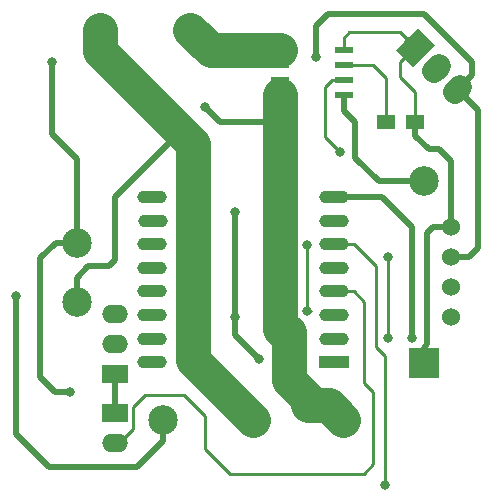
<source format=gbr>
G04 #@! TF.GenerationSoftware,KiCad,Pcbnew,5.0.2-bee76a0~70~ubuntu18.04.1*
G04 #@! TF.CreationDate,2019-09-27T11:35:02+02:00*
G04 #@! TF.ProjectId,Radiateur ESP,52616469-6174-4657-9572-204553502e6b,rev?*
G04 #@! TF.SameCoordinates,Original*
G04 #@! TF.FileFunction,Copper,L2,Bot*
G04 #@! TF.FilePolarity,Positive*
%FSLAX46Y46*%
G04 Gerber Fmt 4.6, Leading zero omitted, Abs format (unit mm)*
G04 Created by KiCad (PCBNEW 5.0.2-bee76a0~70~ubuntu18.04.1) date ven. 27 sept. 2019 11:35:02 CEST*
%MOMM*%
%LPD*%
G01*
G04 APERTURE LIST*
G04 #@! TA.AperFunction,ComponentPad*
%ADD10C,2.500000*%
G04 #@! TD*
G04 #@! TA.AperFunction,SMDPad,CuDef*
%ADD11R,1.500000X1.250000*%
G04 #@! TD*
G04 #@! TA.AperFunction,ComponentPad*
%ADD12C,1.524000*%
G04 #@! TD*
G04 #@! TA.AperFunction,ComponentPad*
%ADD13C,2.000000*%
G04 #@! TD*
G04 #@! TA.AperFunction,Conductor*
%ADD14C,0.100000*%
G04 #@! TD*
G04 #@! TA.AperFunction,Conductor*
%ADD15C,2.000000*%
G04 #@! TD*
G04 #@! TA.AperFunction,ComponentPad*
%ADD16R,2.500000X2.500000*%
G04 #@! TD*
G04 #@! TA.AperFunction,ComponentPad*
%ADD17R,2.500000X1.100000*%
G04 #@! TD*
G04 #@! TA.AperFunction,ComponentPad*
%ADD18O,2.500000X1.100000*%
G04 #@! TD*
G04 #@! TA.AperFunction,SMDPad,CuDef*
%ADD19R,1.550000X0.600000*%
G04 #@! TD*
G04 #@! TA.AperFunction,ComponentPad*
%ADD20R,2.199640X1.524000*%
G04 #@! TD*
G04 #@! TA.AperFunction,ComponentPad*
%ADD21O,2.199640X1.524000*%
G04 #@! TD*
G04 #@! TA.AperFunction,ViaPad*
%ADD22C,0.800000*%
G04 #@! TD*
G04 #@! TA.AperFunction,Conductor*
%ADD23C,0.250000*%
G04 #@! TD*
G04 #@! TA.AperFunction,Conductor*
%ADD24C,0.500000*%
G04 #@! TD*
G04 #@! TA.AperFunction,Conductor*
%ADD25C,3.000000*%
G04 #@! TD*
G04 APERTURE END LIST*
D10*
G04 #@! TO.P,P2,3*
G04 #@! TO.N,/Phase_out*
X145034000Y-111570000D03*
G04 #@! TO.P,P2,2*
G04 #@! TO.N,/Neutre*
X137414000Y-111570000D03*
G04 #@! TO.P,P2,1*
G04 #@! TO.N,/Fil_pilote*
X129794000Y-111570000D03*
G04 #@! TD*
D11*
G04 #@! TO.P,C1,2*
G04 #@! TO.N,GND*
X151110000Y-86360000D03*
G04 #@! TO.P,C1,1*
G04 #@! TO.N,Net-(C1-Pad1)*
X148610000Y-86360000D03*
G04 #@! TD*
D12*
G04 #@! TO.P,Dis1,1*
G04 #@! TO.N,GND*
X154178000Y-95250000D03*
G04 #@! TO.P,Dis1,2*
G04 #@! TO.N,+3V3*
X154178000Y-97790000D03*
G04 #@! TO.P,Dis1,3*
G04 #@! TO.N,/SCL*
X154178000Y-100330000D03*
G04 #@! TO.P,Dis1,4*
G04 #@! TO.N,/SDA*
X154178000Y-102870000D03*
G04 #@! TD*
D10*
G04 #@! TO.P,P1,1*
G04 #@! TO.N,/Neutre*
X124460000Y-78550000D03*
G04 #@! TO.P,P1,2*
G04 #@! TO.N,/Phase_in*
X132080000Y-78550000D03*
G04 #@! TD*
D13*
G04 #@! TO.P,P3,1*
G04 #@! TO.N,GND*
X151130000Y-80010000D03*
D14*
G04 #@! TD*
G04 #@! TO.N,GND*
G04 #@! TO.C,P3*
G36*
X149503654Y-80222132D02*
X151342132Y-78383654D01*
X152756346Y-79797868D01*
X150917868Y-81636346D01*
X149503654Y-80222132D01*
X149503654Y-80222132D01*
G37*
D13*
G04 #@! TO.P,P3,2*
G04 #@! TO.N,/DS18B20*
X152926051Y-81806051D03*
D15*
G04 #@! TD*
G04 #@! TO.N,/DS18B20*
G04 #@! TO.C,P3*
X153138183Y-81593919D02*
X152713919Y-82018183D01*
D13*
G04 #@! TO.P,P3,3*
G04 #@! TO.N,+3V3*
X154722102Y-83602102D03*
D15*
G04 #@! TD*
G04 #@! TO.N,+3V3*
G04 #@! TO.C,P3*
X154934234Y-83389970D02*
X154509970Y-83814234D01*
D10*
G04 #@! TO.P,U2,1*
G04 #@! TO.N,/Neutre*
X122460000Y-101560000D03*
G04 #@! TO.P,U2,2*
G04 #@! TO.N,/Phase_out*
X122460000Y-96560000D03*
D16*
G04 #@! TO.P,U2,3*
G04 #@! TO.N,GND*
X151860000Y-106760000D03*
D10*
G04 #@! TO.P,U2,4*
G04 #@! TO.N,+5V*
X151860000Y-91360000D03*
G04 #@! TD*
D17*
G04 #@! TO.P,U4,1*
G04 #@! TO.N,Net-(R5-Pad2)*
X144210000Y-106680000D03*
D18*
G04 #@! TO.P,U4,2*
G04 #@! TO.N,Net-(R2-Pad1)*
X144210000Y-104680000D03*
G04 #@! TO.P,U4,3*
G04 #@! TO.N,Net-(R4-Pad2)*
X144210000Y-102680000D03*
G04 #@! TO.P,U4,4*
G04 #@! TO.N,Net-(SW2-Pad2)*
X144210000Y-100680000D03*
G04 #@! TO.P,U4,5*
G04 #@! TO.N,Net-(U4-Pad5)*
X144210000Y-98680000D03*
G04 #@! TO.P,U4,6*
G04 #@! TO.N,/Opto1*
X144210000Y-96680000D03*
G04 #@! TO.P,U4,7*
G04 #@! TO.N,/Opto2*
X144210000Y-94680000D03*
G04 #@! TO.P,U4,8*
G04 #@! TO.N,+3V3*
X144210000Y-92680000D03*
G04 #@! TO.P,U4,9*
G04 #@! TO.N,GND*
X128810000Y-92680000D03*
G04 #@! TO.P,U4,10*
G04 #@! TO.N,Net-(R7-Pad1)*
X128910000Y-94680000D03*
G04 #@! TO.P,U4,11*
G04 #@! TO.N,/DS18B20*
X128810000Y-96680000D03*
G04 #@! TO.P,U4,12*
G04 #@! TO.N,Net-(R6-Pad2)*
X128810000Y-98680000D03*
G04 #@! TO.P,U4,13*
G04 #@! TO.N,/SDA*
X128810000Y-100680000D03*
G04 #@! TO.P,U4,14*
G04 #@! TO.N,/SCL*
X128810000Y-102680000D03*
G04 #@! TO.P,U4,15*
G04 #@! TO.N,Net-(P4-Pad3)*
X128810000Y-104680000D03*
G04 #@! TO.P,U4,16*
G04 #@! TO.N,Net-(P4-Pad2)*
X128810000Y-106680000D03*
G04 #@! TD*
D19*
G04 #@! TO.P,U1,1*
G04 #@! TO.N,/Phase_out*
X139700000Y-84074000D03*
G04 #@! TO.P,U1,2*
X139700000Y-82804000D03*
G04 #@! TO.P,U1,3*
G04 #@! TO.N,/Phase_in*
X139700000Y-81534000D03*
G04 #@! TO.P,U1,4*
X139700000Y-80264000D03*
G04 #@! TO.P,U1,5*
G04 #@! TO.N,GND*
X145100000Y-80264000D03*
G04 #@! TO.P,U1,6*
G04 #@! TO.N,Net-(C1-Pad1)*
X145100000Y-81534000D03*
G04 #@! TO.P,U1,7*
G04 #@! TO.N,Net-(R2-Pad2)*
X145100000Y-82804000D03*
G04 #@! TO.P,U1,8*
G04 #@! TO.N,+5V*
X145100000Y-84074000D03*
G04 #@! TD*
D20*
G04 #@! TO.P,P4,1*
G04 #@! TO.N,GND*
X125730000Y-107696000D03*
D21*
G04 #@! TO.P,P4,2*
G04 #@! TO.N,Net-(P4-Pad2)*
X125730000Y-105156000D03*
G04 #@! TO.P,P4,3*
G04 #@! TO.N,Net-(P4-Pad3)*
X125730000Y-102616000D03*
G04 #@! TD*
D20*
G04 #@! TO.P,SW2,1*
G04 #@! TO.N,GND*
X125730000Y-110998000D03*
D21*
G04 #@! TO.P,SW2,2*
G04 #@! TO.N,Net-(SW2-Pad2)*
X125730000Y-113538000D03*
G04 #@! TD*
D22*
G04 #@! TO.N,GND*
X135890000Y-93980000D03*
X135890000Y-102870000D03*
X137922000Y-106426000D03*
G04 #@! TO.N,+3V3*
X150876000Y-104648000D03*
X142748000Y-80864002D03*
G04 #@! TO.N,/Fil_pilote*
X117348000Y-101092000D03*
G04 #@! TO.N,/Phase_out*
X133350000Y-85090000D03*
X121920000Y-109220000D03*
X120396000Y-81280000D03*
G04 #@! TO.N,Net-(R2-Pad2)*
X144780000Y-88900000D03*
G04 #@! TO.N,Net-(R2-Pad1)*
X148844000Y-104648000D03*
X148844000Y-97790000D03*
G04 #@! TO.N,Net-(R4-Pad2)*
X141986000Y-96774000D03*
X141986000Y-102362000D03*
G04 #@! TO.N,/Opto1*
X148590000Y-117094000D03*
G04 #@! TD*
D23*
G04 #@! TO.N,GND*
X151110000Y-86360000D02*
X151110000Y-83800000D01*
X151110000Y-83800000D02*
X149860000Y-82550000D01*
X149860000Y-81280000D02*
X151130000Y-80010000D01*
X149860000Y-82550000D02*
X149860000Y-81280000D01*
D24*
X135890000Y-93980000D02*
X135890000Y-102616000D01*
X151110000Y-87485000D02*
X152271000Y-88646000D01*
X151110000Y-86360000D02*
X151110000Y-87485000D01*
X151860000Y-106760000D02*
X151860000Y-105442000D01*
X151860000Y-105442000D02*
X152146000Y-105156000D01*
X152146000Y-105156000D02*
X152146000Y-95758000D01*
X152654000Y-95250000D02*
X154178000Y-95250000D01*
X152146000Y-95758000D02*
X152654000Y-95250000D01*
X152271000Y-88646000D02*
X153162000Y-88646000D01*
X154178000Y-89662000D02*
X153162000Y-88646000D01*
X154178000Y-95250000D02*
X154178000Y-89662000D01*
D23*
X149860000Y-78740000D02*
X151130000Y-80010000D01*
X145542000Y-78740000D02*
X149860000Y-78740000D01*
X145100000Y-79182000D02*
X145542000Y-78740000D01*
X145100000Y-80264000D02*
X145100000Y-79182000D01*
D24*
X135890000Y-102870000D02*
X135890000Y-104394000D01*
X135890000Y-104394000D02*
X137922000Y-106426000D01*
X125730000Y-107696000D02*
X125730000Y-110998000D01*
D23*
G04 #@! TO.N,Net-(C1-Pad1)*
X148610000Y-86360000D02*
X148610000Y-82570000D01*
X147574000Y-81534000D02*
X147828000Y-81788000D01*
X145100000Y-81534000D02*
X147574000Y-81534000D01*
X148610000Y-82570000D02*
X147828000Y-81788000D01*
D24*
G04 #@! TO.N,+5V*
X146050000Y-86360000D02*
X145100000Y-85410000D01*
X146050000Y-89408000D02*
X146050000Y-86360000D01*
X145100000Y-85410000D02*
X145100000Y-84074000D01*
X151860000Y-91360000D02*
X148002000Y-91360000D01*
X148002000Y-91360000D02*
X146050000Y-89408000D01*
G04 #@! TO.N,+3V3*
X150876000Y-95250000D02*
X148306000Y-92680000D01*
X150876000Y-104648000D02*
X150876000Y-95250000D01*
X148306000Y-92680000D02*
X143510000Y-92680000D01*
X155702000Y-97790000D02*
X154178000Y-97790000D01*
X154722102Y-83602102D02*
X156464000Y-85344000D01*
X156464000Y-97028000D02*
X155702000Y-97790000D01*
X156464000Y-85344000D02*
X156464000Y-97028000D01*
X154722102Y-83602102D02*
X155956000Y-82368204D01*
X155956000Y-81280000D02*
X151892000Y-77216000D01*
X155956000Y-82368204D02*
X155956000Y-81280000D01*
X151892000Y-77216000D02*
X143764000Y-77216000D01*
X143764000Y-77216000D02*
X142748000Y-78232000D01*
X142748000Y-78232000D02*
X142748000Y-80864002D01*
G04 #@! TO.N,/Fil_pilote*
X117348000Y-109728000D02*
X117348000Y-101092000D01*
X129794000Y-113337766D02*
X127561766Y-115570000D01*
X129794000Y-111570000D02*
X129794000Y-113337766D01*
X127561766Y-115570000D02*
X120142000Y-115570000D01*
X117348000Y-112776000D02*
X117348000Y-109728000D01*
X120142000Y-115570000D02*
X117348000Y-112776000D01*
G04 #@! TO.N,/Neutre*
X130810000Y-87630000D02*
X125730000Y-92710000D01*
D25*
X137414000Y-111570000D02*
X132334000Y-106490000D01*
X124460000Y-80317766D02*
X124460000Y-78550000D01*
X132334000Y-88191766D02*
X124460000Y-80317766D01*
X132334000Y-106490000D02*
X132334000Y-88191766D01*
D24*
X122460000Y-101560000D02*
X122460000Y-99536000D01*
X122460000Y-99536000D02*
X123444000Y-98552000D01*
X125222000Y-98552000D02*
X125730000Y-98044000D01*
X123444000Y-98552000D02*
X125222000Y-98552000D01*
X125730000Y-92710000D02*
X125730000Y-98044000D01*
G04 #@! TO.N,/Phase_in*
X139700000Y-80264000D02*
X139700000Y-81534000D01*
D25*
X133794000Y-80264000D02*
X132080000Y-78550000D01*
X139700000Y-80264000D02*
X133794000Y-80264000D01*
D24*
G04 #@! TO.N,/Phase_out*
X122460000Y-96560000D02*
X122460000Y-89440000D01*
X134620000Y-86360000D02*
X138430000Y-86360000D01*
X133350000Y-85090000D02*
X134620000Y-86360000D01*
X120692234Y-96560000D02*
X119380000Y-97872234D01*
X122460000Y-96560000D02*
X120692234Y-96560000D01*
X119380000Y-97872234D02*
X119380000Y-107950000D01*
X119380000Y-107950000D02*
X120650000Y-109220000D01*
X120650000Y-109220000D02*
X121920000Y-109220000D01*
X120396000Y-87376000D02*
X120396000Y-81280000D01*
X122460000Y-89440000D02*
X120396000Y-87376000D01*
D25*
X139700000Y-84074000D02*
X139700000Y-103886000D01*
X143784001Y-110320001D02*
X142070001Y-110320001D01*
X145034000Y-111570000D02*
X143784001Y-110320001D01*
X140462000Y-108204000D02*
X140462000Y-104140000D01*
X140022001Y-104208001D02*
X139700000Y-103886000D01*
X142070001Y-109812001D02*
X140462000Y-108204000D01*
X142070001Y-110320001D02*
X142070001Y-109812001D01*
D23*
G04 #@! TO.N,Net-(R2-Pad2)*
X143510000Y-87630000D02*
X144780000Y-88900000D01*
X143510000Y-83369000D02*
X143510000Y-85344000D01*
X144075000Y-82804000D02*
X143510000Y-83369000D01*
X145100000Y-82804000D02*
X144075000Y-82804000D01*
X143510000Y-85090000D02*
X143510000Y-85344000D01*
X143510000Y-85344000D02*
X143510000Y-87630000D01*
G04 #@! TO.N,Net-(R2-Pad1)*
X148844000Y-104648000D02*
X148844000Y-97790000D01*
G04 #@! TO.N,Net-(R4-Pad2)*
X141986000Y-96774000D02*
X141986000Y-102065692D01*
X141986000Y-102065692D02*
X142261154Y-102340846D01*
G04 #@! TO.N,/Opto1*
X145956000Y-96680000D02*
X143510000Y-96680000D01*
X147828000Y-98552000D02*
X145956000Y-96680000D01*
X147828000Y-105410000D02*
X147828000Y-98552000D01*
X148590000Y-106172000D02*
X147828000Y-105410000D01*
X148590000Y-117094000D02*
X148590000Y-106172000D01*
G04 #@! TO.N,Net-(SW2-Pad2)*
X126067820Y-113538000D02*
X125730000Y-113538000D01*
X127254000Y-112351820D02*
X126067820Y-113538000D01*
X127254000Y-110490000D02*
X127254000Y-112351820D01*
X133350000Y-111252000D02*
X131572000Y-109474000D01*
X131572000Y-109474000D02*
X128270000Y-109474000D01*
X135449010Y-116145010D02*
X133350000Y-114046000D01*
X133350000Y-114046000D02*
X133350000Y-111252000D01*
X146744990Y-116145010D02*
X135449010Y-116145010D01*
X143510000Y-100680000D02*
X145892000Y-100680000D01*
X128270000Y-109474000D02*
X127254000Y-110490000D01*
X145892000Y-100680000D02*
X146812000Y-101600000D01*
X147574000Y-109220000D02*
X147574000Y-115316000D01*
X146812000Y-101600000D02*
X146812000Y-108458000D01*
X146812000Y-108458000D02*
X147574000Y-109220000D01*
X147574000Y-115316000D02*
X146744990Y-116145010D01*
G04 #@! TD*
M02*

</source>
